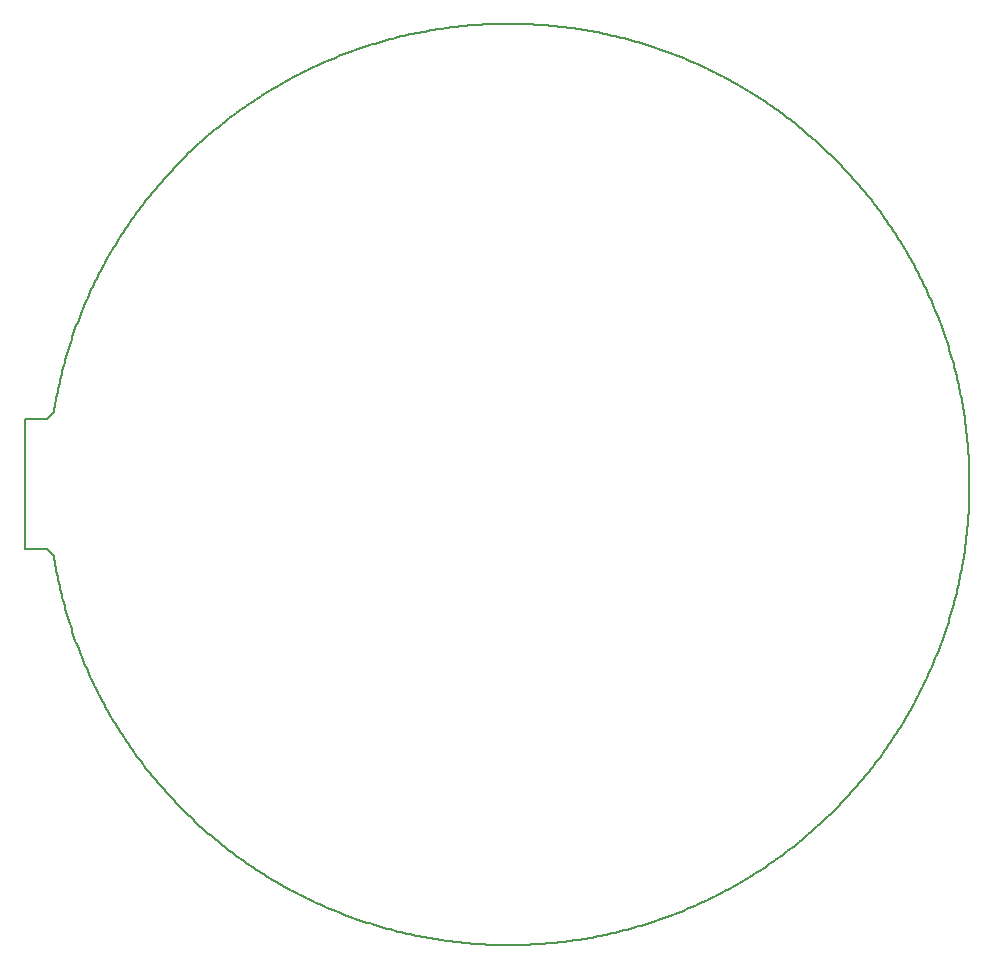
<source format=gko>
G04*
G04 #@! TF.GenerationSoftware,Altium Limited,CircuitStudio,1.5.2 (30)*
G04*
G04 Layer_Color=16720538*
%FSLAX25Y25*%
%MOIN*%
G70*
G01*
G75*
%ADD68C,0.00591*%
D68*
X-151652Y-24019D02*
X-151493Y-25006D01*
X-151327Y-25991D01*
X-151154Y-26976D01*
X-150975Y-27959D01*
X-150790Y-28941D01*
X-150599Y-29922D01*
X-150401Y-30902D01*
X-150196Y-31880D01*
X-149986Y-32857D01*
X-149769Y-33833D01*
X-149545Y-34807D01*
X-149316Y-35780D01*
X-149079Y-36751D01*
X-148837Y-37720D01*
X-148588Y-38688D01*
X-148333Y-39655D01*
X-148072Y-40620D01*
X-147804Y-41583D01*
X-147531Y-42544D01*
X-147251Y-43503D01*
X-146964Y-44461D01*
X-146672Y-45416D01*
X-146373Y-46370D01*
X-146068Y-47322D01*
X-145757Y-48272D01*
X-145440Y-49220D01*
X-145116Y-50165D01*
X-144787Y-51109D01*
X-144451Y-52050D01*
X-144109Y-52989D01*
X-143761Y-53926D01*
X-143407Y-54861D01*
X-143047Y-55793D01*
X-142681Y-56723D01*
X-142308Y-57651D01*
X-141930Y-58576D01*
X-141546Y-59498D01*
X-141156Y-60418D01*
X-140759Y-61336D01*
X-140357Y-62251D01*
X-139949Y-63163D01*
X-139535Y-64073D01*
X-139115Y-64980D01*
X-138689Y-65884D01*
X-138257Y-66785D01*
X-137819Y-67684D01*
X-137376Y-68580D01*
X-136926Y-69472D01*
X-136471Y-70362D01*
X-136011Y-71249D01*
X-135544Y-72133D01*
X-135071Y-73014D01*
X-134593Y-73891D01*
X-134109Y-74766D01*
X-133620Y-75637D01*
X-133125Y-76505D01*
X-132624Y-77370D01*
X-132117Y-78232D01*
X-131606Y-79090D01*
X-131088Y-79945D01*
X-130565Y-80797D01*
X-130036Y-81645D01*
X-129502Y-82490D01*
X-128962Y-83331D01*
X-128417Y-84169D01*
X-127866Y-85003D01*
X-127310Y-85833D01*
X-126749Y-86660D01*
X-126182Y-87483D01*
X-125610Y-88303D01*
X-125033Y-89119D01*
X-124450Y-89931D01*
X-123862Y-90739D01*
X-123269Y-91543D01*
X-122670Y-92344D01*
X-122066Y-93140D01*
X-121458Y-93933D01*
X-120844Y-94721D01*
X-120224Y-95506D01*
X-119600Y-96286D01*
X-118971Y-97063D01*
X-118336Y-97835D01*
X-117697Y-98603D01*
X-117053Y-99368D01*
X-116404Y-100127D01*
X-115749Y-100883D01*
X-115090Y-101634D01*
X-114426Y-102381D01*
X-113757Y-103124D01*
X-113084Y-103862D01*
X-112405Y-104596D01*
X-111722Y-105326D01*
X-111034Y-106051D01*
X-110341Y-106771D01*
X-109644Y-107487D01*
X-108942Y-108198D01*
X-108235Y-108905D01*
X-107524Y-109608D01*
X-106808Y-110305D01*
X-106088Y-110998D01*
X-105364Y-111686D01*
X-104634Y-112370D01*
X-103901Y-113049D01*
X-103163Y-113722D01*
X-102420Y-114392D01*
X-101673Y-115056D01*
X-100922Y-115715D01*
X-100167Y-116370D01*
X-99407Y-117019D01*
X-98643Y-117664D01*
X-97875Y-118303D01*
X-97103Y-118938D01*
X-96327Y-119568D01*
X-95547Y-120192D01*
X-94762Y-120811D01*
X-93974Y-121426D01*
X-93182Y-122035D01*
X-92385Y-122639D01*
X-91585Y-123238D01*
X-90781Y-123831D01*
X-89973Y-124419D01*
X-89161Y-125002D01*
X-88345Y-125580D01*
X-87526Y-126153D01*
X-86703Y-126720D01*
X-85877Y-127281D01*
X-85046Y-127838D01*
X-84212Y-128389D01*
X-83375Y-128934D01*
X-82534Y-129474D01*
X-81689Y-130008D01*
X-80841Y-130537D01*
X-79990Y-131061D01*
X-79135Y-131579D01*
X-78277Y-132091D01*
X-77415Y-132598D01*
X-76551Y-133099D01*
X-75683Y-133594D01*
X-74811Y-134084D01*
X-73937Y-134568D01*
X-73059Y-135047D01*
X-72179Y-135520D01*
X-71295Y-135986D01*
X-70408Y-136448D01*
X-69519Y-136903D01*
X-68626Y-137353D01*
X-67731Y-137796D01*
X-66832Y-138234D01*
X-65931Y-138667D01*
X-65027Y-139093D01*
X-64120Y-139513D01*
X-63211Y-139928D01*
X-62299Y-140336D01*
X-61384Y-140739D01*
X-60466Y-141135D01*
X-59547Y-141526D01*
X-58624Y-141910D01*
X-57699Y-142289D01*
X-56772Y-142662D01*
X-55842Y-143028D01*
X-54910Y-143389D01*
X-53975Y-143743D01*
X-53038Y-144091D01*
X-52099Y-144433D01*
X-51158Y-144770D01*
X-50214Y-145099D01*
X-49269Y-145423D01*
X-48321Y-145741D01*
X-47372Y-146052D01*
X-46420Y-146358D01*
X-45466Y-146657D01*
X-44511Y-146950D01*
X-43553Y-147236D01*
X-42594Y-147517D01*
X-41633Y-147791D01*
X-40670Y-148058D01*
X-39705Y-148320D01*
X-38739Y-148575D01*
X-37771Y-148825D01*
X-36801Y-149067D01*
X-35830Y-149304D01*
X-34858Y-149534D01*
X-33884Y-149757D01*
X-32908Y-149975D01*
X-31931Y-150186D01*
X-30953Y-150391D01*
X-29973Y-150589D01*
X-28993Y-150781D01*
X-28010Y-150966D01*
X-27027Y-151145D01*
X-26043Y-151318D01*
X-25057Y-151484D01*
X-24071Y-151644D01*
X-23083Y-151798D01*
X-22094Y-151945D01*
X-21105Y-152085D01*
X-20114Y-152220D01*
X-19123Y-152347D01*
X-18131Y-152469D01*
X-17138Y-152583D01*
X-16145Y-152692D01*
X-15150Y-152794D01*
X-14156Y-152889D01*
X-13160Y-152978D01*
X-12164Y-153060D01*
X-11168Y-153136D01*
X-10170Y-153206D01*
X-9173Y-153269D01*
X-8175Y-153325D01*
X-7177Y-153375D01*
X-6178Y-153419D01*
X-5180Y-153455D01*
X-4181Y-153486D01*
X-3181Y-153510D01*
X-2182Y-153527D01*
X-1183Y-153538D01*
X-183Y-153543D01*
X816Y-153541D01*
X1816Y-153532D01*
X2815Y-153517D01*
X3814Y-153496D01*
X4813Y-153468D01*
X5812Y-153433D01*
X6811Y-153392D01*
X7809Y-153344D01*
X8807Y-153290D01*
X9805Y-153230D01*
X10802Y-153163D01*
X11799Y-153089D01*
X12795Y-153009D01*
X13791Y-152922D01*
X14786Y-152829D01*
X15780Y-152730D01*
X16774Y-152624D01*
X17767Y-152512D01*
X18759Y-152393D01*
X19751Y-152267D01*
X20742Y-152136D01*
X21732Y-151997D01*
X22720Y-151853D01*
X23708Y-151702D01*
X24695Y-151544D01*
X25681Y-151380D01*
X26666Y-151210D01*
X27650Y-151033D01*
X28632Y-150850D01*
X29614Y-150660D01*
X30594Y-150464D01*
X31573Y-150262D01*
X32550Y-150053D01*
X33526Y-149838D01*
X34501Y-149617D01*
X35474Y-149389D01*
X36446Y-149155D01*
X37416Y-148915D01*
X38384Y-148668D01*
X39351Y-148415D01*
X40316Y-148156D01*
X41280Y-147890D01*
X42242Y-147618D01*
X43202Y-147340D01*
X44160Y-147056D01*
X45116Y-146765D01*
X46070Y-146468D01*
X47023Y-146166D01*
X47973Y-145856D01*
X48922Y-145541D01*
X49868Y-145220D01*
X50812Y-144892D01*
X51754Y-144558D01*
X52694Y-144218D01*
X53632Y-143872D01*
X54567Y-143520D01*
X55500Y-143162D01*
X56431Y-142797D01*
X57359Y-142427D01*
X58285Y-142051D01*
X59209Y-141668D01*
X60129Y-141280D01*
X61048Y-140885D01*
X61963Y-140485D01*
X62877Y-140079D01*
X63787Y-139666D01*
X64695Y-139248D01*
X65600Y-138824D01*
X66502Y-138394D01*
X67402Y-137959D01*
X68298Y-137517D01*
X69192Y-137069D01*
X70083Y-136616D01*
X70970Y-136157D01*
X71855Y-135692D01*
X72737Y-135222D01*
X73616Y-134745D01*
X74491Y-134263D01*
X75364Y-133775D01*
X76233Y-133282D01*
X77099Y-132783D01*
X77961Y-132278D01*
X78821Y-131768D01*
X79677Y-131252D01*
X80529Y-130731D01*
X81379Y-130204D01*
X82225Y-129672D01*
X83067Y-129133D01*
X83906Y-128590D01*
X84741Y-128041D01*
X85573Y-127487D01*
X86401Y-126927D01*
X87225Y-126362D01*
X88046Y-125792D01*
X88863Y-125216D01*
X89676Y-124635D01*
X90485Y-124048D01*
X91291Y-123457D01*
X92092Y-122860D01*
X92890Y-122258D01*
X93684Y-121651D01*
X94474Y-121038D01*
X95260Y-120421D01*
X96042Y-119798D01*
X96819Y-119170D01*
X97593Y-118538D01*
X98363Y-117900D01*
X99128Y-117257D01*
X99889Y-116610D01*
X100646Y-115957D01*
X101399Y-115299D01*
X102147Y-114637D01*
X102891Y-113970D01*
X103631Y-113297D01*
X104366Y-112620D01*
X105097Y-111939D01*
X105823Y-111252D01*
X106545Y-110561D01*
X107263Y-109865D01*
X107975Y-109165D01*
X108684Y-108459D01*
X109388Y-107750D01*
X110087Y-107035D01*
X110781Y-106317D01*
X111471Y-105593D01*
X112156Y-104865D01*
X112836Y-104133D01*
X113511Y-103396D01*
X114182Y-102655D01*
X114848Y-101910D01*
X115509Y-101160D01*
X116165Y-100406D01*
X116816Y-99648D01*
X117462Y-98886D01*
X118103Y-98119D01*
X118739Y-97348D01*
X119370Y-96573D01*
X119997Y-95794D01*
X120618Y-95011D01*
X121233Y-94224D01*
X121844Y-93433D01*
X122450Y-92637D01*
X123050Y-91839D01*
X123645Y-91036D01*
X124235Y-90229D01*
X124820Y-89418D01*
X125399Y-88604D01*
X125974Y-87786D01*
X126542Y-86964D01*
X127106Y-86138D01*
X127664Y-85309D01*
X128216Y-84476D01*
X128763Y-83640D01*
X129305Y-82800D01*
X129841Y-81957D01*
X130372Y-81110D01*
X130897Y-80259D01*
X131417Y-79406D01*
X131931Y-78549D01*
X132440Y-77688D01*
X132942Y-76824D01*
X133440Y-75957D01*
X133931Y-75087D01*
X134417Y-74214D01*
X134897Y-73337D01*
X135372Y-72458D01*
X135841Y-71575D01*
X136304Y-70689D01*
X136761Y-69801D01*
X137213Y-68909D01*
X137658Y-68014D01*
X138098Y-67117D01*
X138532Y-66216D01*
X138960Y-65313D01*
X139382Y-64407D01*
X139798Y-63499D01*
X140209Y-62587D01*
X140613Y-61673D01*
X141012Y-60757D01*
X141404Y-59838D01*
X141791Y-58916D01*
X142171Y-57992D01*
X142546Y-57065D01*
X142914Y-56136D01*
X143277Y-55205D01*
X143633Y-54271D01*
X143983Y-53335D01*
X144327Y-52396D01*
X144665Y-51456D01*
X144997Y-50513D01*
X145323Y-49568D01*
X145642Y-48621D01*
X145956Y-47672D01*
X146263Y-46721D01*
X146564Y-45768D01*
X146859Y-44813D01*
X147148Y-43856D01*
X147430Y-42897D01*
X147706Y-41937D01*
X147976Y-40975D01*
X148239Y-40010D01*
X148497Y-39045D01*
X148748Y-38077D01*
X148992Y-37108D01*
X149231Y-36138D01*
X149463Y-35165D01*
X149689Y-34192D01*
X149908Y-33217D01*
X150121Y-32240D01*
X150328Y-31262D01*
X150528Y-30283D01*
X150722Y-29303D01*
X150909Y-28321D01*
X151091Y-27338D01*
X151265Y-26354D01*
X151434Y-25369D01*
X151596Y-24383D01*
X151751Y-23395D01*
X151900Y-22407D01*
X152043Y-21418D01*
X152179Y-20428D01*
X152309Y-19437D01*
X152432Y-18445D01*
X152549Y-17452D01*
X152659Y-16459D01*
X152763Y-15465D01*
X152861Y-14470D01*
X152952Y-13475D01*
X153036Y-12479D01*
X153114Y-11483D01*
X153186Y-10486D01*
X153251Y-9488D01*
X153309Y-8491D01*
X153361Y-7492D01*
X153407Y-6494D01*
X153446Y-5495D01*
X153478Y-4496D01*
X153504Y-3497D01*
X153524Y-2498D01*
X153537Y-1499D01*
X153543Y-499D01*
Y500D01*
X153537Y1500D01*
X153524Y2499D01*
X153504Y3498D01*
X153478Y4497D01*
X153446Y5496D01*
X153407Y6495D01*
X153361Y7493D01*
X153309Y8491D01*
X153251Y9489D01*
X153186Y10487D01*
X153114Y11484D01*
X153036Y12480D01*
X152952Y13476D01*
X152861Y14471D01*
X152763Y15466D01*
X152659Y16460D01*
X152549Y17453D01*
X152432Y18446D01*
X152309Y19438D01*
X152179Y20429D01*
X152043Y21419D01*
X151900Y22408D01*
X151751Y23396D01*
X151596Y24384D01*
X151434Y25370D01*
X151265Y26355D01*
X151091Y27339D01*
X150909Y28322D01*
X150722Y29304D01*
X150528Y30284D01*
X150328Y31263D01*
X150121Y32241D01*
X149908Y33218D01*
X149689Y34193D01*
X149463Y35166D01*
X149231Y36138D01*
X148992Y37109D01*
X148748Y38078D01*
X148497Y39046D01*
X148239Y40011D01*
X147976Y40975D01*
X147706Y41938D01*
X147430Y42898D01*
X147148Y43857D01*
X146859Y44814D01*
X146564Y45769D01*
X146263Y46722D01*
X145956Y47673D01*
X145642Y48622D01*
X145323Y49569D01*
X144997Y50514D01*
X144665Y51457D01*
X144327Y52397D01*
X143983Y53336D01*
X143633Y54272D01*
X143277Y55206D01*
X142914Y56137D01*
X142546Y57066D01*
X142171Y57993D01*
X141791Y58917D01*
X141404Y59838D01*
X141012Y60758D01*
X140613Y61674D01*
X140209Y62588D01*
X139798Y63500D01*
X139382Y64408D01*
X138960Y65314D01*
X138532Y66217D01*
X138098Y67118D01*
X137658Y68015D01*
X137213Y68910D01*
X136761Y69801D01*
X136304Y70690D01*
X135841Y71576D01*
X135372Y72458D01*
X134897Y73338D01*
X134417Y74215D01*
X133931Y75088D01*
X133440Y75958D01*
X132942Y76825D01*
X132440Y77689D01*
X131931Y78549D01*
X131417Y79406D01*
X130897Y80260D01*
X130372Y81111D01*
X129841Y81958D01*
X129305Y82801D01*
X128763Y83641D01*
X128216Y84477D01*
X127664Y85310D01*
X127106Y86139D01*
X126542Y86965D01*
X125973Y87787D01*
X125399Y88605D01*
X124820Y89419D01*
X124235Y90230D01*
X123645Y91036D01*
X123050Y91839D01*
X122450Y92638D01*
X121844Y93433D01*
X121233Y94225D01*
X120617Y95012D01*
X119997Y95795D01*
X119370Y96574D01*
X118739Y97349D01*
X118103Y98120D01*
X117462Y98886D01*
X116816Y99649D01*
X116165Y100407D01*
X115509Y101161D01*
X114848Y101911D01*
X114182Y102656D01*
X113511Y103397D01*
X112836Y104134D01*
X112156Y104866D01*
X111471Y105594D01*
X110781Y106317D01*
X110087Y107036D01*
X109388Y107751D01*
X108684Y108460D01*
X107975Y109166D01*
X107263Y109866D01*
X106545Y110562D01*
X105823Y111253D01*
X105097Y111940D01*
X104366Y112621D01*
X103631Y113298D01*
X102891Y113970D01*
X102147Y114638D01*
X101399Y115300D01*
X100646Y115958D01*
X99889Y116610D01*
X99128Y117258D01*
X98362Y117901D01*
X97593Y118539D01*
X96819Y119171D01*
X96042Y119799D01*
X95260Y120422D01*
X94474Y121039D01*
X93684Y121652D01*
X92890Y122259D01*
X92092Y122861D01*
X91291Y123458D01*
X90485Y124049D01*
X89676Y124636D01*
X88863Y125217D01*
X88046Y125793D01*
X87225Y126363D01*
X86401Y126928D01*
X85572Y127488D01*
X84741Y128042D01*
X83906Y128591D01*
X83067Y129134D01*
X82225Y129672D01*
X81379Y130205D01*
X80529Y130732D01*
X79677Y131253D01*
X78821Y131769D01*
X77961Y132279D01*
X77099Y132784D01*
X76233Y133283D01*
X75363Y133776D01*
X74491Y134264D01*
X73616Y134746D01*
X72737Y135222D01*
X71855Y135693D01*
X70970Y136158D01*
X70083Y136617D01*
X69192Y137070D01*
X68298Y137518D01*
X67402Y137959D01*
X66502Y138395D01*
X65600Y138825D01*
X64695Y139249D01*
X63787Y139667D01*
X62877Y140080D01*
X61963Y140486D01*
X61048Y140886D01*
X60129Y141281D01*
X59209Y141669D01*
X58285Y142051D01*
X57359Y142428D01*
X56431Y142798D01*
X55500Y143162D01*
X54567Y143521D01*
X53632Y143873D01*
X52694Y144219D01*
X51754Y144559D01*
X50812Y144893D01*
X49868Y145220D01*
X48922Y145542D01*
X47973Y145857D01*
X47023Y146166D01*
X46070Y146469D01*
X45116Y146766D01*
X44160Y147057D01*
X43202Y147341D01*
X42241Y147619D01*
X41280Y147891D01*
X40316Y148156D01*
X39351Y148416D01*
X38384Y148669D01*
X37416Y148915D01*
X36445Y149156D01*
X35474Y149390D01*
X34501Y149618D01*
X33526Y149839D01*
X32550Y150054D01*
X31572Y150263D01*
X30594Y150465D01*
X29614Y150661D01*
X28632Y150851D01*
X27650Y151034D01*
X26666Y151210D01*
X25681Y151381D01*
X24695Y151545D01*
X23708Y151702D01*
X22720Y151854D01*
X21732Y151998D01*
X20742Y152136D01*
X19751Y152268D01*
X18759Y152393D01*
X17767Y152512D01*
X16774Y152625D01*
X15780Y152731D01*
X14786Y152830D01*
X13790Y152923D01*
X12795Y153010D01*
X11799Y153090D01*
X10802Y153163D01*
X9804Y153230D01*
X8807Y153291D01*
X7809Y153345D01*
X6811Y153393D01*
X5812Y153434D01*
X4813Y153468D01*
X3814Y153496D01*
X2815Y153518D01*
X1815Y153533D01*
X816Y153542D01*
X-183Y153544D01*
X-1183Y153539D01*
X-2182Y153528D01*
X-3181Y153511D01*
X-4181Y153487D01*
X-5180Y153456D01*
X-6179Y153419D01*
X-7177Y153376D01*
X-8175Y153326D01*
X-9173Y153269D01*
X-10170Y153206D01*
X-11168Y153137D01*
X-12164Y153061D01*
X-13160Y152979D01*
X-14156Y152890D01*
X-15151Y152794D01*
X-16145Y152692D01*
X-17138Y152584D01*
X-18131Y152469D01*
X-19123Y152348D01*
X-20115Y152220D01*
X-21105Y152086D01*
X-22095Y151946D01*
X-23083Y151799D01*
X-24071Y151645D01*
X-25057Y151485D01*
X-26043Y151319D01*
X-27027Y151146D01*
X-28010Y150967D01*
X-28993Y150782D01*
X-29973Y150590D01*
X-30953Y150391D01*
X-31931Y150187D01*
X-32908Y149976D01*
X-33884Y149758D01*
X-34858Y149534D01*
X-35831Y149304D01*
X-36802Y149068D01*
X-37771Y148825D01*
X-38739Y148576D01*
X-39705Y148321D01*
X-40670Y148059D01*
X-41633Y147791D01*
X-42594Y147517D01*
X-43553Y147237D01*
X-44511Y146950D01*
X-45466Y146657D01*
X-46420Y146358D01*
X-47372Y146053D01*
X-48321Y145742D01*
X-49269Y145424D01*
X-50215Y145100D01*
X-51158Y144770D01*
X-52099Y144434D01*
X-53038Y144092D01*
X-53975Y143744D01*
X-54910Y143389D01*
X-55842Y143029D01*
X-56772Y142662D01*
X-57699Y142290D01*
X-58624Y141911D01*
X-59547Y141527D01*
X-60466Y141136D01*
X-61384Y140739D01*
X-62299Y140337D01*
X-63211Y139928D01*
X-64120Y139514D01*
X-65027Y139094D01*
X-65931Y138667D01*
X-66832Y138235D01*
X-67731Y137797D01*
X-68626Y137354D01*
X-69519Y136904D01*
X-70409Y136448D01*
X-71295Y135987D01*
X-72179Y135520D01*
X-73060Y135048D01*
X-73937Y134569D01*
X-74811Y134085D01*
X-75683Y133595D01*
X-76551Y133100D01*
X-77415Y132599D01*
X-78277Y132092D01*
X-79135Y131579D01*
X-79990Y131062D01*
X-80841Y130538D01*
X-81689Y130009D01*
X-82534Y129475D01*
X-83375Y128935D01*
X-84212Y128389D01*
X-85046Y127838D01*
X-85877Y127282D01*
X-86703Y126720D01*
X-87526Y126153D01*
X-88346Y125581D01*
X-89161Y125003D01*
X-89973Y124420D01*
X-90781Y123832D01*
X-91585Y123238D01*
X-92385Y122640D01*
X-93182Y122036D01*
X-93974Y121426D01*
X-94762Y120812D01*
X-95547Y120193D01*
X-96327Y119568D01*
X-97103Y118939D01*
X-97875Y118304D01*
X-98643Y117665D01*
X-99407Y117020D01*
X-100167Y116370D01*
X-100922Y115716D01*
X-101673Y115057D01*
X-102420Y114392D01*
X-103163Y113723D01*
X-103901Y113049D01*
X-104634Y112371D01*
X-105364Y111687D01*
X-106088Y110999D01*
X-106809Y110306D01*
X-107524Y109608D01*
X-108236Y108906D01*
X-108942Y108199D01*
X-109644Y107488D01*
X-110341Y106772D01*
X-111034Y106051D01*
X-111722Y105326D01*
X-112405Y104597D01*
X-113084Y103863D01*
X-113757Y103125D01*
X-114426Y102382D01*
X-115090Y101635D01*
X-115749Y100884D01*
X-116404Y100128D01*
X-117053Y99368D01*
X-117697Y98604D01*
X-118337Y97836D01*
X-118971Y97064D01*
X-119600Y96287D01*
X-120224Y95507D01*
X-120844Y94722D01*
X-121458Y93933D01*
X-122066Y93141D01*
X-122670Y92344D01*
X-123269Y91544D01*
X-123862Y90740D01*
X-124450Y89931D01*
X-125033Y89119D01*
X-125610Y88304D01*
X-126182Y87484D01*
X-126749Y86661D01*
X-127310Y85834D01*
X-127866Y85004D01*
X-128417Y84169D01*
X-128962Y83332D01*
X-129502Y82490D01*
X-130036Y81646D01*
X-130565Y80798D01*
X-131088Y79946D01*
X-131606Y79091D01*
X-132118Y78233D01*
X-132624Y77371D01*
X-133125Y76506D01*
X-133620Y75638D01*
X-134109Y74766D01*
X-134593Y73892D01*
X-135072Y73014D01*
X-135544Y72134D01*
X-136011Y71250D01*
X-136471Y70363D01*
X-136926Y69473D01*
X-137376Y68581D01*
X-137819Y67685D01*
X-138257Y66786D01*
X-138689Y65885D01*
X-139114Y64981D01*
X-139534Y64074D01*
X-139948Y63165D01*
X-140357Y62252D01*
X-140759Y61338D01*
X-141155Y60420D01*
X-141545Y59500D01*
X-141930Y58578D01*
X-142308Y57653D01*
X-142680Y56725D01*
X-143046Y55795D01*
X-143406Y54863D01*
X-143761Y53929D01*
X-144108Y52992D01*
X-144450Y52052D01*
X-144786Y51111D01*
X-145116Y50168D01*
X-145439Y49222D01*
X-145756Y48274D01*
X-146068Y47325D01*
X-146372Y46373D01*
X-146671Y45419D01*
X-146964Y44464D01*
X-147250Y43506D01*
X-147530Y42547D01*
X-147804Y41586D01*
X-148071Y40623D01*
X-148333Y39658D01*
X-148588Y38692D01*
X-148836Y37724D01*
X-149079Y36755D01*
X-149315Y35783D01*
X-149545Y34811D01*
X-149768Y33837D01*
X-149985Y32861D01*
X-150196Y31884D01*
X-150400Y30906D01*
X-150598Y29926D01*
X-150789Y28946D01*
X-150975Y27964D01*
X-151154Y26980D01*
X-151326Y25996D01*
X-151492Y25010D01*
X-151652Y24024D01*
X-151652Y24020D01*
X-154037Y21654D02*
X-151669Y24022D01*
X-161417Y21654D02*
X-154037D01*
X-161416Y-21653D02*
Y21654D01*
X-161417Y-21653D02*
X-154037D01*
X-151669Y-24022D01*
M02*

</source>
